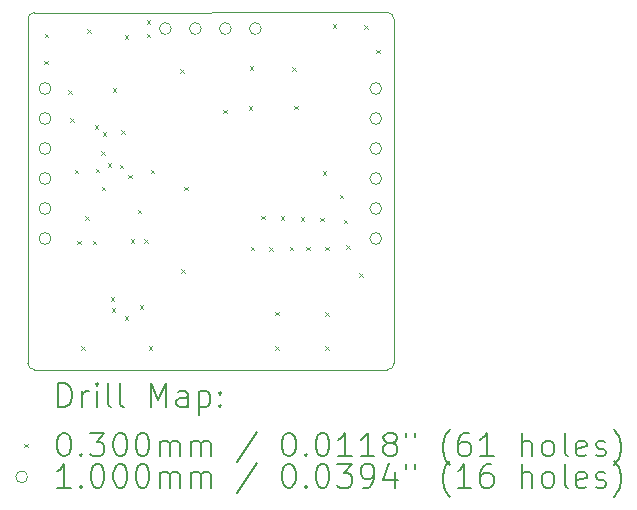
<source format=gbr>
%TF.GenerationSoftware,KiCad,Pcbnew,8.0.6-8.0.6-0~ubuntu22.04.1*%
%TF.CreationDate,2024-12-18T19:26:59+01:00*%
%TF.ProjectId,Xplore ERC IMU HAT,58706c6f-7265-4204-9552-4320494d5520,rev?*%
%TF.SameCoordinates,Original*%
%TF.FileFunction,Drillmap*%
%TF.FilePolarity,Positive*%
%FSLAX45Y45*%
G04 Gerber Fmt 4.5, Leading zero omitted, Abs format (unit mm)*
G04 Created by KiCad (PCBNEW 8.0.6-8.0.6-0~ubuntu22.04.1) date 2024-12-18 19:26:59*
%MOMM*%
%LPD*%
G01*
G04 APERTURE LIST*
%ADD10C,0.050000*%
%ADD11C,0.200000*%
%ADD12C,0.100000*%
G04 APERTURE END LIST*
D10*
X16110026Y-9329431D02*
G75*
G02*
X16054604Y-9384856I-55426J1D01*
G01*
X13010000Y-6415000D02*
G75*
G02*
X13065000Y-6360586I55040J-630D01*
G01*
X16110000Y-6415150D02*
X16110026Y-9329431D01*
X13065629Y-9385593D02*
G75*
G02*
X13009997Y-9330000I1J55633D01*
G01*
X13010000Y-9330000D02*
X13010000Y-6415000D01*
X13065000Y-6360590D02*
X16054578Y-6359729D01*
X16054578Y-6359729D02*
G75*
G02*
X16110001Y-6415150I2J-55421D01*
G01*
X16054604Y-9384853D02*
X13065629Y-9385593D01*
D11*
D12*
X13146394Y-6767281D02*
X13176394Y-6797281D01*
X13176394Y-6767281D02*
X13146394Y-6797281D01*
X13151295Y-6541816D02*
X13181295Y-6571816D01*
X13181295Y-6541816D02*
X13151295Y-6571816D01*
X13350000Y-7020000D02*
X13380000Y-7050000D01*
X13380000Y-7020000D02*
X13350000Y-7050000D01*
X13370000Y-7255000D02*
X13400000Y-7285000D01*
X13400000Y-7255000D02*
X13370000Y-7285000D01*
X13405000Y-7690000D02*
X13435000Y-7720000D01*
X13435000Y-7690000D02*
X13405000Y-7720000D01*
X13428462Y-8291538D02*
X13458462Y-8321538D01*
X13458462Y-8291538D02*
X13428462Y-8321538D01*
X13460000Y-9185000D02*
X13490000Y-9215000D01*
X13490000Y-9185000D02*
X13460000Y-9215000D01*
X13495000Y-8085000D02*
X13525000Y-8115000D01*
X13525000Y-8085000D02*
X13495000Y-8115000D01*
X13514000Y-6500154D02*
X13544000Y-6530154D01*
X13544000Y-6500154D02*
X13514000Y-6530154D01*
X13560000Y-8291538D02*
X13590000Y-8321538D01*
X13590000Y-8291538D02*
X13560000Y-8321538D01*
X13576125Y-7316854D02*
X13606125Y-7346854D01*
X13606125Y-7316854D02*
X13576125Y-7346854D01*
X13585000Y-7685000D02*
X13615000Y-7715000D01*
X13615000Y-7685000D02*
X13585000Y-7715000D01*
X13630961Y-7535000D02*
X13660961Y-7565000D01*
X13660961Y-7535000D02*
X13630961Y-7565000D01*
X13635000Y-7835000D02*
X13665000Y-7865000D01*
X13665000Y-7835000D02*
X13635000Y-7865000D01*
X13645649Y-7374008D02*
X13675649Y-7404008D01*
X13675649Y-7374008D02*
X13645649Y-7404008D01*
X13685000Y-7635000D02*
X13715000Y-7665000D01*
X13715000Y-7635000D02*
X13685000Y-7665000D01*
X13711542Y-8770000D02*
X13741542Y-8800000D01*
X13741542Y-8770000D02*
X13711542Y-8800000D01*
X13720000Y-8865000D02*
X13750000Y-8895000D01*
X13750000Y-8865000D02*
X13720000Y-8895000D01*
X13730000Y-7001110D02*
X13760000Y-7031110D01*
X13760000Y-7001110D02*
X13730000Y-7031110D01*
X13786000Y-7649853D02*
X13816000Y-7679853D01*
X13816000Y-7649853D02*
X13786000Y-7679853D01*
X13800000Y-7355000D02*
X13830000Y-7385000D01*
X13830000Y-7355000D02*
X13800000Y-7385000D01*
X13830000Y-6555000D02*
X13860000Y-6585000D01*
X13860000Y-6555000D02*
X13830000Y-6585000D01*
X13830000Y-8930000D02*
X13860000Y-8960000D01*
X13860000Y-8930000D02*
X13830000Y-8960000D01*
X13860170Y-7735000D02*
X13890170Y-7765000D01*
X13890170Y-7735000D02*
X13860170Y-7765000D01*
X13880000Y-8280000D02*
X13910000Y-8310000D01*
X13910000Y-8280000D02*
X13880000Y-8310000D01*
X13940000Y-8030000D02*
X13970000Y-8060000D01*
X13970000Y-8030000D02*
X13940000Y-8060000D01*
X13955886Y-8836737D02*
X13985886Y-8866737D01*
X13985886Y-8836737D02*
X13955886Y-8866737D01*
X13995000Y-8280000D02*
X14025000Y-8310000D01*
X14025000Y-8280000D02*
X13995000Y-8310000D01*
X14015000Y-6425000D02*
X14045000Y-6455000D01*
X14045000Y-6425000D02*
X14015000Y-6455000D01*
X14015000Y-6540000D02*
X14045000Y-6570000D01*
X14045000Y-6540000D02*
X14015000Y-6570000D01*
X14035000Y-9185000D02*
X14065000Y-9215000D01*
X14065000Y-9185000D02*
X14035000Y-9215000D01*
X14050000Y-7690000D02*
X14080000Y-7720000D01*
X14080000Y-7690000D02*
X14050000Y-7720000D01*
X14300000Y-6840000D02*
X14330000Y-6870000D01*
X14330000Y-6840000D02*
X14300000Y-6870000D01*
X14310000Y-8535000D02*
X14340000Y-8565000D01*
X14340000Y-8535000D02*
X14310000Y-8565000D01*
X14335000Y-7835000D02*
X14365000Y-7865000D01*
X14365000Y-7835000D02*
X14335000Y-7865000D01*
X14662000Y-7185000D02*
X14692000Y-7215000D01*
X14692000Y-7185000D02*
X14662000Y-7215000D01*
X14880569Y-7155000D02*
X14910569Y-7185000D01*
X14910569Y-7155000D02*
X14880569Y-7185000D01*
X14890000Y-6815000D02*
X14920000Y-6845000D01*
X14920000Y-6815000D02*
X14890000Y-6845000D01*
X14895000Y-8345000D02*
X14925000Y-8375000D01*
X14925000Y-8345000D02*
X14895000Y-8375000D01*
X14985000Y-8080000D02*
X15015000Y-8110000D01*
X15015000Y-8080000D02*
X14985000Y-8110000D01*
X15055000Y-8350000D02*
X15085000Y-8380000D01*
X15085000Y-8350000D02*
X15055000Y-8380000D01*
X15102321Y-9185000D02*
X15132321Y-9215000D01*
X15132321Y-9185000D02*
X15102321Y-9215000D01*
X15104161Y-8895651D02*
X15134161Y-8925651D01*
X15134161Y-8895651D02*
X15104161Y-8925651D01*
X15150000Y-8085000D02*
X15180000Y-8115000D01*
X15180000Y-8085000D02*
X15150000Y-8115000D01*
X15225400Y-8345000D02*
X15255400Y-8375000D01*
X15255400Y-8345000D02*
X15225400Y-8375000D01*
X15250000Y-6825000D02*
X15280000Y-6855000D01*
X15280000Y-6825000D02*
X15250000Y-6855000D01*
X15265000Y-7150000D02*
X15295000Y-7180000D01*
X15295000Y-7150000D02*
X15265000Y-7180000D01*
X15320000Y-8095000D02*
X15350000Y-8125000D01*
X15350000Y-8095000D02*
X15320000Y-8125000D01*
X15367700Y-8345000D02*
X15397700Y-8375000D01*
X15397700Y-8345000D02*
X15367700Y-8375000D01*
X15485000Y-8100000D02*
X15515000Y-8130000D01*
X15515000Y-8100000D02*
X15485000Y-8130000D01*
X15507650Y-7704274D02*
X15537650Y-7734274D01*
X15537650Y-7704274D02*
X15507650Y-7734274D01*
X15525400Y-8345000D02*
X15555400Y-8375000D01*
X15555400Y-8345000D02*
X15525400Y-8375000D01*
X15525803Y-9185000D02*
X15555803Y-9215000D01*
X15555803Y-9185000D02*
X15525803Y-9215000D01*
X15528212Y-8897070D02*
X15558212Y-8927070D01*
X15558212Y-8897070D02*
X15528212Y-8927070D01*
X15591166Y-6458878D02*
X15621166Y-6488878D01*
X15621166Y-6458878D02*
X15591166Y-6488878D01*
X15650000Y-7905000D02*
X15680000Y-7935000D01*
X15680000Y-7905000D02*
X15650000Y-7935000D01*
X15685000Y-8115000D02*
X15715000Y-8145000D01*
X15715000Y-8115000D02*
X15685000Y-8145000D01*
X15705000Y-8330000D02*
X15735000Y-8360000D01*
X15735000Y-8330000D02*
X15705000Y-8360000D01*
X15815000Y-8570000D02*
X15845000Y-8600000D01*
X15845000Y-8570000D02*
X15815000Y-8600000D01*
X15858783Y-6467701D02*
X15888783Y-6497701D01*
X15888783Y-6467701D02*
X15858783Y-6497701D01*
X15958772Y-6676501D02*
X15988772Y-6706501D01*
X15988772Y-6676501D02*
X15958772Y-6706501D01*
X13205000Y-7004000D02*
G75*
G02*
X13105000Y-7004000I-50000J0D01*
G01*
X13105000Y-7004000D02*
G75*
G02*
X13205000Y-7004000I50000J0D01*
G01*
X13205000Y-7258000D02*
G75*
G02*
X13105000Y-7258000I-50000J0D01*
G01*
X13105000Y-7258000D02*
G75*
G02*
X13205000Y-7258000I50000J0D01*
G01*
X13205000Y-7512000D02*
G75*
G02*
X13105000Y-7512000I-50000J0D01*
G01*
X13105000Y-7512000D02*
G75*
G02*
X13205000Y-7512000I50000J0D01*
G01*
X13205000Y-7766000D02*
G75*
G02*
X13105000Y-7766000I-50000J0D01*
G01*
X13105000Y-7766000D02*
G75*
G02*
X13205000Y-7766000I50000J0D01*
G01*
X13205000Y-8020000D02*
G75*
G02*
X13105000Y-8020000I-50000J0D01*
G01*
X13105000Y-8020000D02*
G75*
G02*
X13205000Y-8020000I50000J0D01*
G01*
X13205000Y-8274000D02*
G75*
G02*
X13105000Y-8274000I-50000J0D01*
G01*
X13105000Y-8274000D02*
G75*
G02*
X13205000Y-8274000I50000J0D01*
G01*
X14224000Y-6496000D02*
G75*
G02*
X14124000Y-6496000I-50000J0D01*
G01*
X14124000Y-6496000D02*
G75*
G02*
X14224000Y-6496000I50000J0D01*
G01*
X14478000Y-6496000D02*
G75*
G02*
X14378000Y-6496000I-50000J0D01*
G01*
X14378000Y-6496000D02*
G75*
G02*
X14478000Y-6496000I50000J0D01*
G01*
X14732000Y-6496000D02*
G75*
G02*
X14632000Y-6496000I-50000J0D01*
G01*
X14632000Y-6496000D02*
G75*
G02*
X14732000Y-6496000I50000J0D01*
G01*
X14986000Y-6496000D02*
G75*
G02*
X14886000Y-6496000I-50000J0D01*
G01*
X14886000Y-6496000D02*
G75*
G02*
X14986000Y-6496000I50000J0D01*
G01*
X16005000Y-7004000D02*
G75*
G02*
X15905000Y-7004000I-50000J0D01*
G01*
X15905000Y-7004000D02*
G75*
G02*
X16005000Y-7004000I50000J0D01*
G01*
X16005000Y-7258000D02*
G75*
G02*
X15905000Y-7258000I-50000J0D01*
G01*
X15905000Y-7258000D02*
G75*
G02*
X16005000Y-7258000I50000J0D01*
G01*
X16005000Y-7512000D02*
G75*
G02*
X15905000Y-7512000I-50000J0D01*
G01*
X15905000Y-7512000D02*
G75*
G02*
X16005000Y-7512000I50000J0D01*
G01*
X16005000Y-7766000D02*
G75*
G02*
X15905000Y-7766000I-50000J0D01*
G01*
X15905000Y-7766000D02*
G75*
G02*
X16005000Y-7766000I50000J0D01*
G01*
X16005000Y-8020000D02*
G75*
G02*
X15905000Y-8020000I-50000J0D01*
G01*
X15905000Y-8020000D02*
G75*
G02*
X16005000Y-8020000I50000J0D01*
G01*
X16005000Y-8274000D02*
G75*
G02*
X15905000Y-8274000I-50000J0D01*
G01*
X15905000Y-8274000D02*
G75*
G02*
X16005000Y-8274000I50000J0D01*
G01*
D11*
X13268277Y-9699577D02*
X13268277Y-9499577D01*
X13268277Y-9499577D02*
X13315896Y-9499577D01*
X13315896Y-9499577D02*
X13344467Y-9509101D01*
X13344467Y-9509101D02*
X13363515Y-9528149D01*
X13363515Y-9528149D02*
X13373039Y-9547196D01*
X13373039Y-9547196D02*
X13382562Y-9585291D01*
X13382562Y-9585291D02*
X13382562Y-9613863D01*
X13382562Y-9613863D02*
X13373039Y-9651958D01*
X13373039Y-9651958D02*
X13363515Y-9671006D01*
X13363515Y-9671006D02*
X13344467Y-9690053D01*
X13344467Y-9690053D02*
X13315896Y-9699577D01*
X13315896Y-9699577D02*
X13268277Y-9699577D01*
X13468277Y-9699577D02*
X13468277Y-9566244D01*
X13468277Y-9604339D02*
X13477801Y-9585291D01*
X13477801Y-9585291D02*
X13487324Y-9575768D01*
X13487324Y-9575768D02*
X13506372Y-9566244D01*
X13506372Y-9566244D02*
X13525420Y-9566244D01*
X13592086Y-9699577D02*
X13592086Y-9566244D01*
X13592086Y-9499577D02*
X13582562Y-9509101D01*
X13582562Y-9509101D02*
X13592086Y-9518625D01*
X13592086Y-9518625D02*
X13601610Y-9509101D01*
X13601610Y-9509101D02*
X13592086Y-9499577D01*
X13592086Y-9499577D02*
X13592086Y-9518625D01*
X13715896Y-9699577D02*
X13696848Y-9690053D01*
X13696848Y-9690053D02*
X13687324Y-9671006D01*
X13687324Y-9671006D02*
X13687324Y-9499577D01*
X13820658Y-9699577D02*
X13801610Y-9690053D01*
X13801610Y-9690053D02*
X13792086Y-9671006D01*
X13792086Y-9671006D02*
X13792086Y-9499577D01*
X14049229Y-9699577D02*
X14049229Y-9499577D01*
X14049229Y-9499577D02*
X14115896Y-9642434D01*
X14115896Y-9642434D02*
X14182562Y-9499577D01*
X14182562Y-9499577D02*
X14182562Y-9699577D01*
X14363515Y-9699577D02*
X14363515Y-9594815D01*
X14363515Y-9594815D02*
X14353991Y-9575768D01*
X14353991Y-9575768D02*
X14334943Y-9566244D01*
X14334943Y-9566244D02*
X14296848Y-9566244D01*
X14296848Y-9566244D02*
X14277801Y-9575768D01*
X14363515Y-9690053D02*
X14344467Y-9699577D01*
X14344467Y-9699577D02*
X14296848Y-9699577D01*
X14296848Y-9699577D02*
X14277801Y-9690053D01*
X14277801Y-9690053D02*
X14268277Y-9671006D01*
X14268277Y-9671006D02*
X14268277Y-9651958D01*
X14268277Y-9651958D02*
X14277801Y-9632910D01*
X14277801Y-9632910D02*
X14296848Y-9623387D01*
X14296848Y-9623387D02*
X14344467Y-9623387D01*
X14344467Y-9623387D02*
X14363515Y-9613863D01*
X14458753Y-9566244D02*
X14458753Y-9766244D01*
X14458753Y-9575768D02*
X14477801Y-9566244D01*
X14477801Y-9566244D02*
X14515896Y-9566244D01*
X14515896Y-9566244D02*
X14534943Y-9575768D01*
X14534943Y-9575768D02*
X14544467Y-9585291D01*
X14544467Y-9585291D02*
X14553991Y-9604339D01*
X14553991Y-9604339D02*
X14553991Y-9661482D01*
X14553991Y-9661482D02*
X14544467Y-9680529D01*
X14544467Y-9680529D02*
X14534943Y-9690053D01*
X14534943Y-9690053D02*
X14515896Y-9699577D01*
X14515896Y-9699577D02*
X14477801Y-9699577D01*
X14477801Y-9699577D02*
X14458753Y-9690053D01*
X14639705Y-9680529D02*
X14649229Y-9690053D01*
X14649229Y-9690053D02*
X14639705Y-9699577D01*
X14639705Y-9699577D02*
X14630182Y-9690053D01*
X14630182Y-9690053D02*
X14639705Y-9680529D01*
X14639705Y-9680529D02*
X14639705Y-9699577D01*
X14639705Y-9575768D02*
X14649229Y-9585291D01*
X14649229Y-9585291D02*
X14639705Y-9594815D01*
X14639705Y-9594815D02*
X14630182Y-9585291D01*
X14630182Y-9585291D02*
X14639705Y-9575768D01*
X14639705Y-9575768D02*
X14639705Y-9594815D01*
D12*
X12977500Y-10013093D02*
X13007500Y-10043093D01*
X13007500Y-10013093D02*
X12977500Y-10043093D01*
D11*
X13306372Y-9919577D02*
X13325420Y-9919577D01*
X13325420Y-9919577D02*
X13344467Y-9929101D01*
X13344467Y-9929101D02*
X13353991Y-9938625D01*
X13353991Y-9938625D02*
X13363515Y-9957672D01*
X13363515Y-9957672D02*
X13373039Y-9995768D01*
X13373039Y-9995768D02*
X13373039Y-10043387D01*
X13373039Y-10043387D02*
X13363515Y-10081482D01*
X13363515Y-10081482D02*
X13353991Y-10100529D01*
X13353991Y-10100529D02*
X13344467Y-10110053D01*
X13344467Y-10110053D02*
X13325420Y-10119577D01*
X13325420Y-10119577D02*
X13306372Y-10119577D01*
X13306372Y-10119577D02*
X13287324Y-10110053D01*
X13287324Y-10110053D02*
X13277801Y-10100529D01*
X13277801Y-10100529D02*
X13268277Y-10081482D01*
X13268277Y-10081482D02*
X13258753Y-10043387D01*
X13258753Y-10043387D02*
X13258753Y-9995768D01*
X13258753Y-9995768D02*
X13268277Y-9957672D01*
X13268277Y-9957672D02*
X13277801Y-9938625D01*
X13277801Y-9938625D02*
X13287324Y-9929101D01*
X13287324Y-9929101D02*
X13306372Y-9919577D01*
X13458753Y-10100529D02*
X13468277Y-10110053D01*
X13468277Y-10110053D02*
X13458753Y-10119577D01*
X13458753Y-10119577D02*
X13449229Y-10110053D01*
X13449229Y-10110053D02*
X13458753Y-10100529D01*
X13458753Y-10100529D02*
X13458753Y-10119577D01*
X13534943Y-9919577D02*
X13658753Y-9919577D01*
X13658753Y-9919577D02*
X13592086Y-9995768D01*
X13592086Y-9995768D02*
X13620658Y-9995768D01*
X13620658Y-9995768D02*
X13639705Y-10005291D01*
X13639705Y-10005291D02*
X13649229Y-10014815D01*
X13649229Y-10014815D02*
X13658753Y-10033863D01*
X13658753Y-10033863D02*
X13658753Y-10081482D01*
X13658753Y-10081482D02*
X13649229Y-10100529D01*
X13649229Y-10100529D02*
X13639705Y-10110053D01*
X13639705Y-10110053D02*
X13620658Y-10119577D01*
X13620658Y-10119577D02*
X13563515Y-10119577D01*
X13563515Y-10119577D02*
X13544467Y-10110053D01*
X13544467Y-10110053D02*
X13534943Y-10100529D01*
X13782562Y-9919577D02*
X13801610Y-9919577D01*
X13801610Y-9919577D02*
X13820658Y-9929101D01*
X13820658Y-9929101D02*
X13830182Y-9938625D01*
X13830182Y-9938625D02*
X13839705Y-9957672D01*
X13839705Y-9957672D02*
X13849229Y-9995768D01*
X13849229Y-9995768D02*
X13849229Y-10043387D01*
X13849229Y-10043387D02*
X13839705Y-10081482D01*
X13839705Y-10081482D02*
X13830182Y-10100529D01*
X13830182Y-10100529D02*
X13820658Y-10110053D01*
X13820658Y-10110053D02*
X13801610Y-10119577D01*
X13801610Y-10119577D02*
X13782562Y-10119577D01*
X13782562Y-10119577D02*
X13763515Y-10110053D01*
X13763515Y-10110053D02*
X13753991Y-10100529D01*
X13753991Y-10100529D02*
X13744467Y-10081482D01*
X13744467Y-10081482D02*
X13734943Y-10043387D01*
X13734943Y-10043387D02*
X13734943Y-9995768D01*
X13734943Y-9995768D02*
X13744467Y-9957672D01*
X13744467Y-9957672D02*
X13753991Y-9938625D01*
X13753991Y-9938625D02*
X13763515Y-9929101D01*
X13763515Y-9929101D02*
X13782562Y-9919577D01*
X13973039Y-9919577D02*
X13992086Y-9919577D01*
X13992086Y-9919577D02*
X14011134Y-9929101D01*
X14011134Y-9929101D02*
X14020658Y-9938625D01*
X14020658Y-9938625D02*
X14030182Y-9957672D01*
X14030182Y-9957672D02*
X14039705Y-9995768D01*
X14039705Y-9995768D02*
X14039705Y-10043387D01*
X14039705Y-10043387D02*
X14030182Y-10081482D01*
X14030182Y-10081482D02*
X14020658Y-10100529D01*
X14020658Y-10100529D02*
X14011134Y-10110053D01*
X14011134Y-10110053D02*
X13992086Y-10119577D01*
X13992086Y-10119577D02*
X13973039Y-10119577D01*
X13973039Y-10119577D02*
X13953991Y-10110053D01*
X13953991Y-10110053D02*
X13944467Y-10100529D01*
X13944467Y-10100529D02*
X13934943Y-10081482D01*
X13934943Y-10081482D02*
X13925420Y-10043387D01*
X13925420Y-10043387D02*
X13925420Y-9995768D01*
X13925420Y-9995768D02*
X13934943Y-9957672D01*
X13934943Y-9957672D02*
X13944467Y-9938625D01*
X13944467Y-9938625D02*
X13953991Y-9929101D01*
X13953991Y-9929101D02*
X13973039Y-9919577D01*
X14125420Y-10119577D02*
X14125420Y-9986244D01*
X14125420Y-10005291D02*
X14134943Y-9995768D01*
X14134943Y-9995768D02*
X14153991Y-9986244D01*
X14153991Y-9986244D02*
X14182563Y-9986244D01*
X14182563Y-9986244D02*
X14201610Y-9995768D01*
X14201610Y-9995768D02*
X14211134Y-10014815D01*
X14211134Y-10014815D02*
X14211134Y-10119577D01*
X14211134Y-10014815D02*
X14220658Y-9995768D01*
X14220658Y-9995768D02*
X14239705Y-9986244D01*
X14239705Y-9986244D02*
X14268277Y-9986244D01*
X14268277Y-9986244D02*
X14287324Y-9995768D01*
X14287324Y-9995768D02*
X14296848Y-10014815D01*
X14296848Y-10014815D02*
X14296848Y-10119577D01*
X14392086Y-10119577D02*
X14392086Y-9986244D01*
X14392086Y-10005291D02*
X14401610Y-9995768D01*
X14401610Y-9995768D02*
X14420658Y-9986244D01*
X14420658Y-9986244D02*
X14449229Y-9986244D01*
X14449229Y-9986244D02*
X14468277Y-9995768D01*
X14468277Y-9995768D02*
X14477801Y-10014815D01*
X14477801Y-10014815D02*
X14477801Y-10119577D01*
X14477801Y-10014815D02*
X14487324Y-9995768D01*
X14487324Y-9995768D02*
X14506372Y-9986244D01*
X14506372Y-9986244D02*
X14534943Y-9986244D01*
X14534943Y-9986244D02*
X14553991Y-9995768D01*
X14553991Y-9995768D02*
X14563515Y-10014815D01*
X14563515Y-10014815D02*
X14563515Y-10119577D01*
X14953991Y-9910053D02*
X14782563Y-10167196D01*
X15211134Y-9919577D02*
X15230182Y-9919577D01*
X15230182Y-9919577D02*
X15249229Y-9929101D01*
X15249229Y-9929101D02*
X15258753Y-9938625D01*
X15258753Y-9938625D02*
X15268277Y-9957672D01*
X15268277Y-9957672D02*
X15277801Y-9995768D01*
X15277801Y-9995768D02*
X15277801Y-10043387D01*
X15277801Y-10043387D02*
X15268277Y-10081482D01*
X15268277Y-10081482D02*
X15258753Y-10100529D01*
X15258753Y-10100529D02*
X15249229Y-10110053D01*
X15249229Y-10110053D02*
X15230182Y-10119577D01*
X15230182Y-10119577D02*
X15211134Y-10119577D01*
X15211134Y-10119577D02*
X15192086Y-10110053D01*
X15192086Y-10110053D02*
X15182563Y-10100529D01*
X15182563Y-10100529D02*
X15173039Y-10081482D01*
X15173039Y-10081482D02*
X15163515Y-10043387D01*
X15163515Y-10043387D02*
X15163515Y-9995768D01*
X15163515Y-9995768D02*
X15173039Y-9957672D01*
X15173039Y-9957672D02*
X15182563Y-9938625D01*
X15182563Y-9938625D02*
X15192086Y-9929101D01*
X15192086Y-9929101D02*
X15211134Y-9919577D01*
X15363515Y-10100529D02*
X15373039Y-10110053D01*
X15373039Y-10110053D02*
X15363515Y-10119577D01*
X15363515Y-10119577D02*
X15353991Y-10110053D01*
X15353991Y-10110053D02*
X15363515Y-10100529D01*
X15363515Y-10100529D02*
X15363515Y-10119577D01*
X15496848Y-9919577D02*
X15515896Y-9919577D01*
X15515896Y-9919577D02*
X15534944Y-9929101D01*
X15534944Y-9929101D02*
X15544467Y-9938625D01*
X15544467Y-9938625D02*
X15553991Y-9957672D01*
X15553991Y-9957672D02*
X15563515Y-9995768D01*
X15563515Y-9995768D02*
X15563515Y-10043387D01*
X15563515Y-10043387D02*
X15553991Y-10081482D01*
X15553991Y-10081482D02*
X15544467Y-10100529D01*
X15544467Y-10100529D02*
X15534944Y-10110053D01*
X15534944Y-10110053D02*
X15515896Y-10119577D01*
X15515896Y-10119577D02*
X15496848Y-10119577D01*
X15496848Y-10119577D02*
X15477801Y-10110053D01*
X15477801Y-10110053D02*
X15468277Y-10100529D01*
X15468277Y-10100529D02*
X15458753Y-10081482D01*
X15458753Y-10081482D02*
X15449229Y-10043387D01*
X15449229Y-10043387D02*
X15449229Y-9995768D01*
X15449229Y-9995768D02*
X15458753Y-9957672D01*
X15458753Y-9957672D02*
X15468277Y-9938625D01*
X15468277Y-9938625D02*
X15477801Y-9929101D01*
X15477801Y-9929101D02*
X15496848Y-9919577D01*
X15753991Y-10119577D02*
X15639706Y-10119577D01*
X15696848Y-10119577D02*
X15696848Y-9919577D01*
X15696848Y-9919577D02*
X15677801Y-9948149D01*
X15677801Y-9948149D02*
X15658753Y-9967196D01*
X15658753Y-9967196D02*
X15639706Y-9976720D01*
X15944467Y-10119577D02*
X15830182Y-10119577D01*
X15887325Y-10119577D02*
X15887325Y-9919577D01*
X15887325Y-9919577D02*
X15868277Y-9948149D01*
X15868277Y-9948149D02*
X15849229Y-9967196D01*
X15849229Y-9967196D02*
X15830182Y-9976720D01*
X16058753Y-10005291D02*
X16039706Y-9995768D01*
X16039706Y-9995768D02*
X16030182Y-9986244D01*
X16030182Y-9986244D02*
X16020658Y-9967196D01*
X16020658Y-9967196D02*
X16020658Y-9957672D01*
X16020658Y-9957672D02*
X16030182Y-9938625D01*
X16030182Y-9938625D02*
X16039706Y-9929101D01*
X16039706Y-9929101D02*
X16058753Y-9919577D01*
X16058753Y-9919577D02*
X16096848Y-9919577D01*
X16096848Y-9919577D02*
X16115896Y-9929101D01*
X16115896Y-9929101D02*
X16125420Y-9938625D01*
X16125420Y-9938625D02*
X16134944Y-9957672D01*
X16134944Y-9957672D02*
X16134944Y-9967196D01*
X16134944Y-9967196D02*
X16125420Y-9986244D01*
X16125420Y-9986244D02*
X16115896Y-9995768D01*
X16115896Y-9995768D02*
X16096848Y-10005291D01*
X16096848Y-10005291D02*
X16058753Y-10005291D01*
X16058753Y-10005291D02*
X16039706Y-10014815D01*
X16039706Y-10014815D02*
X16030182Y-10024339D01*
X16030182Y-10024339D02*
X16020658Y-10043387D01*
X16020658Y-10043387D02*
X16020658Y-10081482D01*
X16020658Y-10081482D02*
X16030182Y-10100529D01*
X16030182Y-10100529D02*
X16039706Y-10110053D01*
X16039706Y-10110053D02*
X16058753Y-10119577D01*
X16058753Y-10119577D02*
X16096848Y-10119577D01*
X16096848Y-10119577D02*
X16115896Y-10110053D01*
X16115896Y-10110053D02*
X16125420Y-10100529D01*
X16125420Y-10100529D02*
X16134944Y-10081482D01*
X16134944Y-10081482D02*
X16134944Y-10043387D01*
X16134944Y-10043387D02*
X16125420Y-10024339D01*
X16125420Y-10024339D02*
X16115896Y-10014815D01*
X16115896Y-10014815D02*
X16096848Y-10005291D01*
X16211134Y-9919577D02*
X16211134Y-9957672D01*
X16287325Y-9919577D02*
X16287325Y-9957672D01*
X16582563Y-10195768D02*
X16573039Y-10186244D01*
X16573039Y-10186244D02*
X16553991Y-10157672D01*
X16553991Y-10157672D02*
X16544468Y-10138625D01*
X16544468Y-10138625D02*
X16534944Y-10110053D01*
X16534944Y-10110053D02*
X16525420Y-10062434D01*
X16525420Y-10062434D02*
X16525420Y-10024339D01*
X16525420Y-10024339D02*
X16534944Y-9976720D01*
X16534944Y-9976720D02*
X16544468Y-9948149D01*
X16544468Y-9948149D02*
X16553991Y-9929101D01*
X16553991Y-9929101D02*
X16573039Y-9900529D01*
X16573039Y-9900529D02*
X16582563Y-9891006D01*
X16744468Y-9919577D02*
X16706372Y-9919577D01*
X16706372Y-9919577D02*
X16687325Y-9929101D01*
X16687325Y-9929101D02*
X16677801Y-9938625D01*
X16677801Y-9938625D02*
X16658753Y-9967196D01*
X16658753Y-9967196D02*
X16649229Y-10005291D01*
X16649229Y-10005291D02*
X16649229Y-10081482D01*
X16649229Y-10081482D02*
X16658753Y-10100529D01*
X16658753Y-10100529D02*
X16668277Y-10110053D01*
X16668277Y-10110053D02*
X16687325Y-10119577D01*
X16687325Y-10119577D02*
X16725420Y-10119577D01*
X16725420Y-10119577D02*
X16744468Y-10110053D01*
X16744468Y-10110053D02*
X16753991Y-10100529D01*
X16753991Y-10100529D02*
X16763515Y-10081482D01*
X16763515Y-10081482D02*
X16763515Y-10033863D01*
X16763515Y-10033863D02*
X16753991Y-10014815D01*
X16753991Y-10014815D02*
X16744468Y-10005291D01*
X16744468Y-10005291D02*
X16725420Y-9995768D01*
X16725420Y-9995768D02*
X16687325Y-9995768D01*
X16687325Y-9995768D02*
X16668277Y-10005291D01*
X16668277Y-10005291D02*
X16658753Y-10014815D01*
X16658753Y-10014815D02*
X16649229Y-10033863D01*
X16953991Y-10119577D02*
X16839706Y-10119577D01*
X16896849Y-10119577D02*
X16896849Y-9919577D01*
X16896849Y-9919577D02*
X16877801Y-9948149D01*
X16877801Y-9948149D02*
X16858753Y-9967196D01*
X16858753Y-9967196D02*
X16839706Y-9976720D01*
X17192087Y-10119577D02*
X17192087Y-9919577D01*
X17277801Y-10119577D02*
X17277801Y-10014815D01*
X17277801Y-10014815D02*
X17268277Y-9995768D01*
X17268277Y-9995768D02*
X17249230Y-9986244D01*
X17249230Y-9986244D02*
X17220658Y-9986244D01*
X17220658Y-9986244D02*
X17201611Y-9995768D01*
X17201611Y-9995768D02*
X17192087Y-10005291D01*
X17401611Y-10119577D02*
X17382563Y-10110053D01*
X17382563Y-10110053D02*
X17373039Y-10100529D01*
X17373039Y-10100529D02*
X17363515Y-10081482D01*
X17363515Y-10081482D02*
X17363515Y-10024339D01*
X17363515Y-10024339D02*
X17373039Y-10005291D01*
X17373039Y-10005291D02*
X17382563Y-9995768D01*
X17382563Y-9995768D02*
X17401611Y-9986244D01*
X17401611Y-9986244D02*
X17430182Y-9986244D01*
X17430182Y-9986244D02*
X17449230Y-9995768D01*
X17449230Y-9995768D02*
X17458753Y-10005291D01*
X17458753Y-10005291D02*
X17468277Y-10024339D01*
X17468277Y-10024339D02*
X17468277Y-10081482D01*
X17468277Y-10081482D02*
X17458753Y-10100529D01*
X17458753Y-10100529D02*
X17449230Y-10110053D01*
X17449230Y-10110053D02*
X17430182Y-10119577D01*
X17430182Y-10119577D02*
X17401611Y-10119577D01*
X17582563Y-10119577D02*
X17563515Y-10110053D01*
X17563515Y-10110053D02*
X17553992Y-10091006D01*
X17553992Y-10091006D02*
X17553992Y-9919577D01*
X17734944Y-10110053D02*
X17715896Y-10119577D01*
X17715896Y-10119577D02*
X17677801Y-10119577D01*
X17677801Y-10119577D02*
X17658753Y-10110053D01*
X17658753Y-10110053D02*
X17649230Y-10091006D01*
X17649230Y-10091006D02*
X17649230Y-10014815D01*
X17649230Y-10014815D02*
X17658753Y-9995768D01*
X17658753Y-9995768D02*
X17677801Y-9986244D01*
X17677801Y-9986244D02*
X17715896Y-9986244D01*
X17715896Y-9986244D02*
X17734944Y-9995768D01*
X17734944Y-9995768D02*
X17744468Y-10014815D01*
X17744468Y-10014815D02*
X17744468Y-10033863D01*
X17744468Y-10033863D02*
X17649230Y-10052910D01*
X17820658Y-10110053D02*
X17839706Y-10119577D01*
X17839706Y-10119577D02*
X17877801Y-10119577D01*
X17877801Y-10119577D02*
X17896849Y-10110053D01*
X17896849Y-10110053D02*
X17906373Y-10091006D01*
X17906373Y-10091006D02*
X17906373Y-10081482D01*
X17906373Y-10081482D02*
X17896849Y-10062434D01*
X17896849Y-10062434D02*
X17877801Y-10052910D01*
X17877801Y-10052910D02*
X17849230Y-10052910D01*
X17849230Y-10052910D02*
X17830182Y-10043387D01*
X17830182Y-10043387D02*
X17820658Y-10024339D01*
X17820658Y-10024339D02*
X17820658Y-10014815D01*
X17820658Y-10014815D02*
X17830182Y-9995768D01*
X17830182Y-9995768D02*
X17849230Y-9986244D01*
X17849230Y-9986244D02*
X17877801Y-9986244D01*
X17877801Y-9986244D02*
X17896849Y-9995768D01*
X17973039Y-10195768D02*
X17982563Y-10186244D01*
X17982563Y-10186244D02*
X18001611Y-10157672D01*
X18001611Y-10157672D02*
X18011134Y-10138625D01*
X18011134Y-10138625D02*
X18020658Y-10110053D01*
X18020658Y-10110053D02*
X18030182Y-10062434D01*
X18030182Y-10062434D02*
X18030182Y-10024339D01*
X18030182Y-10024339D02*
X18020658Y-9976720D01*
X18020658Y-9976720D02*
X18011134Y-9948149D01*
X18011134Y-9948149D02*
X18001611Y-9929101D01*
X18001611Y-9929101D02*
X17982563Y-9900529D01*
X17982563Y-9900529D02*
X17973039Y-9891006D01*
D12*
X13007500Y-10292093D02*
G75*
G02*
X12907500Y-10292093I-50000J0D01*
G01*
X12907500Y-10292093D02*
G75*
G02*
X13007500Y-10292093I50000J0D01*
G01*
D11*
X13373039Y-10383577D02*
X13258753Y-10383577D01*
X13315896Y-10383577D02*
X13315896Y-10183577D01*
X13315896Y-10183577D02*
X13296848Y-10212149D01*
X13296848Y-10212149D02*
X13277801Y-10231196D01*
X13277801Y-10231196D02*
X13258753Y-10240720D01*
X13458753Y-10364529D02*
X13468277Y-10374053D01*
X13468277Y-10374053D02*
X13458753Y-10383577D01*
X13458753Y-10383577D02*
X13449229Y-10374053D01*
X13449229Y-10374053D02*
X13458753Y-10364529D01*
X13458753Y-10364529D02*
X13458753Y-10383577D01*
X13592086Y-10183577D02*
X13611134Y-10183577D01*
X13611134Y-10183577D02*
X13630182Y-10193101D01*
X13630182Y-10193101D02*
X13639705Y-10202625D01*
X13639705Y-10202625D02*
X13649229Y-10221672D01*
X13649229Y-10221672D02*
X13658753Y-10259768D01*
X13658753Y-10259768D02*
X13658753Y-10307387D01*
X13658753Y-10307387D02*
X13649229Y-10345482D01*
X13649229Y-10345482D02*
X13639705Y-10364529D01*
X13639705Y-10364529D02*
X13630182Y-10374053D01*
X13630182Y-10374053D02*
X13611134Y-10383577D01*
X13611134Y-10383577D02*
X13592086Y-10383577D01*
X13592086Y-10383577D02*
X13573039Y-10374053D01*
X13573039Y-10374053D02*
X13563515Y-10364529D01*
X13563515Y-10364529D02*
X13553991Y-10345482D01*
X13553991Y-10345482D02*
X13544467Y-10307387D01*
X13544467Y-10307387D02*
X13544467Y-10259768D01*
X13544467Y-10259768D02*
X13553991Y-10221672D01*
X13553991Y-10221672D02*
X13563515Y-10202625D01*
X13563515Y-10202625D02*
X13573039Y-10193101D01*
X13573039Y-10193101D02*
X13592086Y-10183577D01*
X13782562Y-10183577D02*
X13801610Y-10183577D01*
X13801610Y-10183577D02*
X13820658Y-10193101D01*
X13820658Y-10193101D02*
X13830182Y-10202625D01*
X13830182Y-10202625D02*
X13839705Y-10221672D01*
X13839705Y-10221672D02*
X13849229Y-10259768D01*
X13849229Y-10259768D02*
X13849229Y-10307387D01*
X13849229Y-10307387D02*
X13839705Y-10345482D01*
X13839705Y-10345482D02*
X13830182Y-10364529D01*
X13830182Y-10364529D02*
X13820658Y-10374053D01*
X13820658Y-10374053D02*
X13801610Y-10383577D01*
X13801610Y-10383577D02*
X13782562Y-10383577D01*
X13782562Y-10383577D02*
X13763515Y-10374053D01*
X13763515Y-10374053D02*
X13753991Y-10364529D01*
X13753991Y-10364529D02*
X13744467Y-10345482D01*
X13744467Y-10345482D02*
X13734943Y-10307387D01*
X13734943Y-10307387D02*
X13734943Y-10259768D01*
X13734943Y-10259768D02*
X13744467Y-10221672D01*
X13744467Y-10221672D02*
X13753991Y-10202625D01*
X13753991Y-10202625D02*
X13763515Y-10193101D01*
X13763515Y-10193101D02*
X13782562Y-10183577D01*
X13973039Y-10183577D02*
X13992086Y-10183577D01*
X13992086Y-10183577D02*
X14011134Y-10193101D01*
X14011134Y-10193101D02*
X14020658Y-10202625D01*
X14020658Y-10202625D02*
X14030182Y-10221672D01*
X14030182Y-10221672D02*
X14039705Y-10259768D01*
X14039705Y-10259768D02*
X14039705Y-10307387D01*
X14039705Y-10307387D02*
X14030182Y-10345482D01*
X14030182Y-10345482D02*
X14020658Y-10364529D01*
X14020658Y-10364529D02*
X14011134Y-10374053D01*
X14011134Y-10374053D02*
X13992086Y-10383577D01*
X13992086Y-10383577D02*
X13973039Y-10383577D01*
X13973039Y-10383577D02*
X13953991Y-10374053D01*
X13953991Y-10374053D02*
X13944467Y-10364529D01*
X13944467Y-10364529D02*
X13934943Y-10345482D01*
X13934943Y-10345482D02*
X13925420Y-10307387D01*
X13925420Y-10307387D02*
X13925420Y-10259768D01*
X13925420Y-10259768D02*
X13934943Y-10221672D01*
X13934943Y-10221672D02*
X13944467Y-10202625D01*
X13944467Y-10202625D02*
X13953991Y-10193101D01*
X13953991Y-10193101D02*
X13973039Y-10183577D01*
X14125420Y-10383577D02*
X14125420Y-10250244D01*
X14125420Y-10269291D02*
X14134943Y-10259768D01*
X14134943Y-10259768D02*
X14153991Y-10250244D01*
X14153991Y-10250244D02*
X14182563Y-10250244D01*
X14182563Y-10250244D02*
X14201610Y-10259768D01*
X14201610Y-10259768D02*
X14211134Y-10278815D01*
X14211134Y-10278815D02*
X14211134Y-10383577D01*
X14211134Y-10278815D02*
X14220658Y-10259768D01*
X14220658Y-10259768D02*
X14239705Y-10250244D01*
X14239705Y-10250244D02*
X14268277Y-10250244D01*
X14268277Y-10250244D02*
X14287324Y-10259768D01*
X14287324Y-10259768D02*
X14296848Y-10278815D01*
X14296848Y-10278815D02*
X14296848Y-10383577D01*
X14392086Y-10383577D02*
X14392086Y-10250244D01*
X14392086Y-10269291D02*
X14401610Y-10259768D01*
X14401610Y-10259768D02*
X14420658Y-10250244D01*
X14420658Y-10250244D02*
X14449229Y-10250244D01*
X14449229Y-10250244D02*
X14468277Y-10259768D01*
X14468277Y-10259768D02*
X14477801Y-10278815D01*
X14477801Y-10278815D02*
X14477801Y-10383577D01*
X14477801Y-10278815D02*
X14487324Y-10259768D01*
X14487324Y-10259768D02*
X14506372Y-10250244D01*
X14506372Y-10250244D02*
X14534943Y-10250244D01*
X14534943Y-10250244D02*
X14553991Y-10259768D01*
X14553991Y-10259768D02*
X14563515Y-10278815D01*
X14563515Y-10278815D02*
X14563515Y-10383577D01*
X14953991Y-10174053D02*
X14782563Y-10431196D01*
X15211134Y-10183577D02*
X15230182Y-10183577D01*
X15230182Y-10183577D02*
X15249229Y-10193101D01*
X15249229Y-10193101D02*
X15258753Y-10202625D01*
X15258753Y-10202625D02*
X15268277Y-10221672D01*
X15268277Y-10221672D02*
X15277801Y-10259768D01*
X15277801Y-10259768D02*
X15277801Y-10307387D01*
X15277801Y-10307387D02*
X15268277Y-10345482D01*
X15268277Y-10345482D02*
X15258753Y-10364529D01*
X15258753Y-10364529D02*
X15249229Y-10374053D01*
X15249229Y-10374053D02*
X15230182Y-10383577D01*
X15230182Y-10383577D02*
X15211134Y-10383577D01*
X15211134Y-10383577D02*
X15192086Y-10374053D01*
X15192086Y-10374053D02*
X15182563Y-10364529D01*
X15182563Y-10364529D02*
X15173039Y-10345482D01*
X15173039Y-10345482D02*
X15163515Y-10307387D01*
X15163515Y-10307387D02*
X15163515Y-10259768D01*
X15163515Y-10259768D02*
X15173039Y-10221672D01*
X15173039Y-10221672D02*
X15182563Y-10202625D01*
X15182563Y-10202625D02*
X15192086Y-10193101D01*
X15192086Y-10193101D02*
X15211134Y-10183577D01*
X15363515Y-10364529D02*
X15373039Y-10374053D01*
X15373039Y-10374053D02*
X15363515Y-10383577D01*
X15363515Y-10383577D02*
X15353991Y-10374053D01*
X15353991Y-10374053D02*
X15363515Y-10364529D01*
X15363515Y-10364529D02*
X15363515Y-10383577D01*
X15496848Y-10183577D02*
X15515896Y-10183577D01*
X15515896Y-10183577D02*
X15534944Y-10193101D01*
X15534944Y-10193101D02*
X15544467Y-10202625D01*
X15544467Y-10202625D02*
X15553991Y-10221672D01*
X15553991Y-10221672D02*
X15563515Y-10259768D01*
X15563515Y-10259768D02*
X15563515Y-10307387D01*
X15563515Y-10307387D02*
X15553991Y-10345482D01*
X15553991Y-10345482D02*
X15544467Y-10364529D01*
X15544467Y-10364529D02*
X15534944Y-10374053D01*
X15534944Y-10374053D02*
X15515896Y-10383577D01*
X15515896Y-10383577D02*
X15496848Y-10383577D01*
X15496848Y-10383577D02*
X15477801Y-10374053D01*
X15477801Y-10374053D02*
X15468277Y-10364529D01*
X15468277Y-10364529D02*
X15458753Y-10345482D01*
X15458753Y-10345482D02*
X15449229Y-10307387D01*
X15449229Y-10307387D02*
X15449229Y-10259768D01*
X15449229Y-10259768D02*
X15458753Y-10221672D01*
X15458753Y-10221672D02*
X15468277Y-10202625D01*
X15468277Y-10202625D02*
X15477801Y-10193101D01*
X15477801Y-10193101D02*
X15496848Y-10183577D01*
X15630182Y-10183577D02*
X15753991Y-10183577D01*
X15753991Y-10183577D02*
X15687325Y-10259768D01*
X15687325Y-10259768D02*
X15715896Y-10259768D01*
X15715896Y-10259768D02*
X15734944Y-10269291D01*
X15734944Y-10269291D02*
X15744467Y-10278815D01*
X15744467Y-10278815D02*
X15753991Y-10297863D01*
X15753991Y-10297863D02*
X15753991Y-10345482D01*
X15753991Y-10345482D02*
X15744467Y-10364529D01*
X15744467Y-10364529D02*
X15734944Y-10374053D01*
X15734944Y-10374053D02*
X15715896Y-10383577D01*
X15715896Y-10383577D02*
X15658753Y-10383577D01*
X15658753Y-10383577D02*
X15639706Y-10374053D01*
X15639706Y-10374053D02*
X15630182Y-10364529D01*
X15849229Y-10383577D02*
X15887325Y-10383577D01*
X15887325Y-10383577D02*
X15906372Y-10374053D01*
X15906372Y-10374053D02*
X15915896Y-10364529D01*
X15915896Y-10364529D02*
X15934944Y-10335958D01*
X15934944Y-10335958D02*
X15944467Y-10297863D01*
X15944467Y-10297863D02*
X15944467Y-10221672D01*
X15944467Y-10221672D02*
X15934944Y-10202625D01*
X15934944Y-10202625D02*
X15925420Y-10193101D01*
X15925420Y-10193101D02*
X15906372Y-10183577D01*
X15906372Y-10183577D02*
X15868277Y-10183577D01*
X15868277Y-10183577D02*
X15849229Y-10193101D01*
X15849229Y-10193101D02*
X15839706Y-10202625D01*
X15839706Y-10202625D02*
X15830182Y-10221672D01*
X15830182Y-10221672D02*
X15830182Y-10269291D01*
X15830182Y-10269291D02*
X15839706Y-10288339D01*
X15839706Y-10288339D02*
X15849229Y-10297863D01*
X15849229Y-10297863D02*
X15868277Y-10307387D01*
X15868277Y-10307387D02*
X15906372Y-10307387D01*
X15906372Y-10307387D02*
X15925420Y-10297863D01*
X15925420Y-10297863D02*
X15934944Y-10288339D01*
X15934944Y-10288339D02*
X15944467Y-10269291D01*
X16115896Y-10250244D02*
X16115896Y-10383577D01*
X16068277Y-10174053D02*
X16020658Y-10316910D01*
X16020658Y-10316910D02*
X16144467Y-10316910D01*
X16211134Y-10183577D02*
X16211134Y-10221672D01*
X16287325Y-10183577D02*
X16287325Y-10221672D01*
X16582563Y-10459768D02*
X16573039Y-10450244D01*
X16573039Y-10450244D02*
X16553991Y-10421672D01*
X16553991Y-10421672D02*
X16544468Y-10402625D01*
X16544468Y-10402625D02*
X16534944Y-10374053D01*
X16534944Y-10374053D02*
X16525420Y-10326434D01*
X16525420Y-10326434D02*
X16525420Y-10288339D01*
X16525420Y-10288339D02*
X16534944Y-10240720D01*
X16534944Y-10240720D02*
X16544468Y-10212149D01*
X16544468Y-10212149D02*
X16553991Y-10193101D01*
X16553991Y-10193101D02*
X16573039Y-10164529D01*
X16573039Y-10164529D02*
X16582563Y-10155006D01*
X16763515Y-10383577D02*
X16649229Y-10383577D01*
X16706372Y-10383577D02*
X16706372Y-10183577D01*
X16706372Y-10183577D02*
X16687325Y-10212149D01*
X16687325Y-10212149D02*
X16668277Y-10231196D01*
X16668277Y-10231196D02*
X16649229Y-10240720D01*
X16934944Y-10183577D02*
X16896849Y-10183577D01*
X16896849Y-10183577D02*
X16877801Y-10193101D01*
X16877801Y-10193101D02*
X16868277Y-10202625D01*
X16868277Y-10202625D02*
X16849230Y-10231196D01*
X16849230Y-10231196D02*
X16839706Y-10269291D01*
X16839706Y-10269291D02*
X16839706Y-10345482D01*
X16839706Y-10345482D02*
X16849230Y-10364529D01*
X16849230Y-10364529D02*
X16858753Y-10374053D01*
X16858753Y-10374053D02*
X16877801Y-10383577D01*
X16877801Y-10383577D02*
X16915896Y-10383577D01*
X16915896Y-10383577D02*
X16934944Y-10374053D01*
X16934944Y-10374053D02*
X16944468Y-10364529D01*
X16944468Y-10364529D02*
X16953991Y-10345482D01*
X16953991Y-10345482D02*
X16953991Y-10297863D01*
X16953991Y-10297863D02*
X16944468Y-10278815D01*
X16944468Y-10278815D02*
X16934944Y-10269291D01*
X16934944Y-10269291D02*
X16915896Y-10259768D01*
X16915896Y-10259768D02*
X16877801Y-10259768D01*
X16877801Y-10259768D02*
X16858753Y-10269291D01*
X16858753Y-10269291D02*
X16849230Y-10278815D01*
X16849230Y-10278815D02*
X16839706Y-10297863D01*
X17192087Y-10383577D02*
X17192087Y-10183577D01*
X17277801Y-10383577D02*
X17277801Y-10278815D01*
X17277801Y-10278815D02*
X17268277Y-10259768D01*
X17268277Y-10259768D02*
X17249230Y-10250244D01*
X17249230Y-10250244D02*
X17220658Y-10250244D01*
X17220658Y-10250244D02*
X17201611Y-10259768D01*
X17201611Y-10259768D02*
X17192087Y-10269291D01*
X17401611Y-10383577D02*
X17382563Y-10374053D01*
X17382563Y-10374053D02*
X17373039Y-10364529D01*
X17373039Y-10364529D02*
X17363515Y-10345482D01*
X17363515Y-10345482D02*
X17363515Y-10288339D01*
X17363515Y-10288339D02*
X17373039Y-10269291D01*
X17373039Y-10269291D02*
X17382563Y-10259768D01*
X17382563Y-10259768D02*
X17401611Y-10250244D01*
X17401611Y-10250244D02*
X17430182Y-10250244D01*
X17430182Y-10250244D02*
X17449230Y-10259768D01*
X17449230Y-10259768D02*
X17458753Y-10269291D01*
X17458753Y-10269291D02*
X17468277Y-10288339D01*
X17468277Y-10288339D02*
X17468277Y-10345482D01*
X17468277Y-10345482D02*
X17458753Y-10364529D01*
X17458753Y-10364529D02*
X17449230Y-10374053D01*
X17449230Y-10374053D02*
X17430182Y-10383577D01*
X17430182Y-10383577D02*
X17401611Y-10383577D01*
X17582563Y-10383577D02*
X17563515Y-10374053D01*
X17563515Y-10374053D02*
X17553992Y-10355006D01*
X17553992Y-10355006D02*
X17553992Y-10183577D01*
X17734944Y-10374053D02*
X17715896Y-10383577D01*
X17715896Y-10383577D02*
X17677801Y-10383577D01*
X17677801Y-10383577D02*
X17658753Y-10374053D01*
X17658753Y-10374053D02*
X17649230Y-10355006D01*
X17649230Y-10355006D02*
X17649230Y-10278815D01*
X17649230Y-10278815D02*
X17658753Y-10259768D01*
X17658753Y-10259768D02*
X17677801Y-10250244D01*
X17677801Y-10250244D02*
X17715896Y-10250244D01*
X17715896Y-10250244D02*
X17734944Y-10259768D01*
X17734944Y-10259768D02*
X17744468Y-10278815D01*
X17744468Y-10278815D02*
X17744468Y-10297863D01*
X17744468Y-10297863D02*
X17649230Y-10316910D01*
X17820658Y-10374053D02*
X17839706Y-10383577D01*
X17839706Y-10383577D02*
X17877801Y-10383577D01*
X17877801Y-10383577D02*
X17896849Y-10374053D01*
X17896849Y-10374053D02*
X17906373Y-10355006D01*
X17906373Y-10355006D02*
X17906373Y-10345482D01*
X17906373Y-10345482D02*
X17896849Y-10326434D01*
X17896849Y-10326434D02*
X17877801Y-10316910D01*
X17877801Y-10316910D02*
X17849230Y-10316910D01*
X17849230Y-10316910D02*
X17830182Y-10307387D01*
X17830182Y-10307387D02*
X17820658Y-10288339D01*
X17820658Y-10288339D02*
X17820658Y-10278815D01*
X17820658Y-10278815D02*
X17830182Y-10259768D01*
X17830182Y-10259768D02*
X17849230Y-10250244D01*
X17849230Y-10250244D02*
X17877801Y-10250244D01*
X17877801Y-10250244D02*
X17896849Y-10259768D01*
X17973039Y-10459768D02*
X17982563Y-10450244D01*
X17982563Y-10450244D02*
X18001611Y-10421672D01*
X18001611Y-10421672D02*
X18011134Y-10402625D01*
X18011134Y-10402625D02*
X18020658Y-10374053D01*
X18020658Y-10374053D02*
X18030182Y-10326434D01*
X18030182Y-10326434D02*
X18030182Y-10288339D01*
X18030182Y-10288339D02*
X18020658Y-10240720D01*
X18020658Y-10240720D02*
X18011134Y-10212149D01*
X18011134Y-10212149D02*
X18001611Y-10193101D01*
X18001611Y-10193101D02*
X17982563Y-10164529D01*
X17982563Y-10164529D02*
X17973039Y-10155006D01*
M02*

</source>
